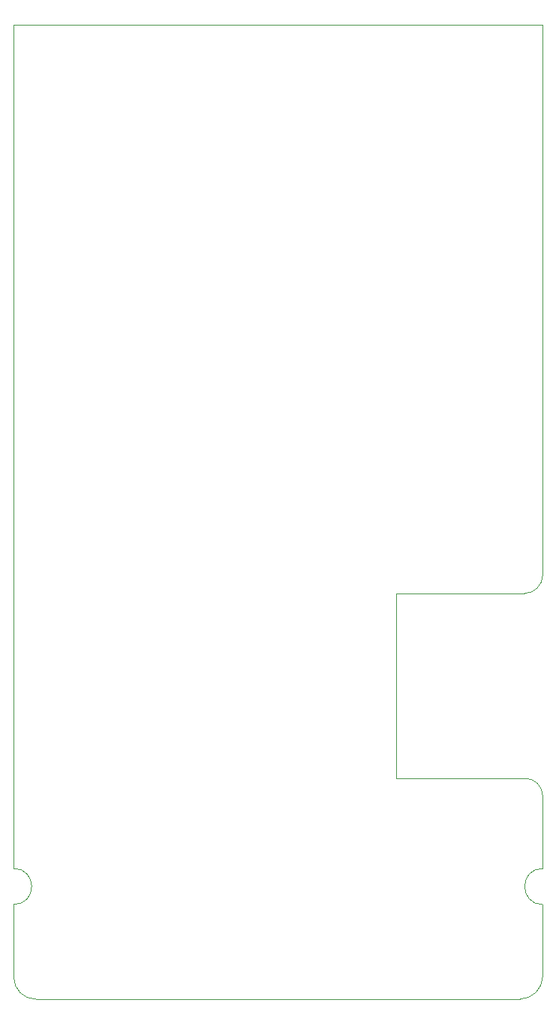
<source format=gbr>
G04 #@! TF.FileFunction,Profile,NP*
%FSLAX46Y46*%
G04 Gerber Fmt 4.6, Leading zero omitted, Abs format (unit mm)*
G04 Created by KiCad (PCBNEW 4.0.7) date 03/25/18 17:44:10*
%MOMM*%
%LPD*%
G01*
G04 APERTURE LIST*
%ADD10C,0.100000*%
G04 APERTURE END LIST*
D10*
X118008400Y-223316800D02*
G75*
G03X118008400Y-219252800I0J2032000D01*
G01*
X118008400Y-231495600D02*
X118008400Y-223316800D01*
X120497600Y-233984800D02*
X175107600Y-233984800D01*
X118008400Y-231495600D02*
G75*
G03X120497600Y-233984800I2489200J0D01*
G01*
X175107600Y-233984800D02*
G75*
G03X177698400Y-231394000I0J2590800D01*
G01*
X177698400Y-223316800D02*
X177698400Y-231444800D01*
X177698400Y-219252800D02*
G75*
G03X177698400Y-223316800I0J-2032000D01*
G01*
X177698400Y-211074000D02*
X177698400Y-219252800D01*
X175717200Y-209092800D02*
X161188400Y-209092800D01*
X177698400Y-211074000D02*
G75*
G03X175717200Y-209092800I-1981200J0D01*
G01*
X161188400Y-188264800D02*
X161188400Y-209092800D01*
X175615600Y-188264800D02*
X161188400Y-188264800D01*
X175615600Y-188264800D02*
G75*
G03X177698400Y-186182000I0J2082800D01*
G01*
X177698400Y-124180600D02*
X177698400Y-186182000D01*
X118008400Y-124206000D02*
X177698400Y-124180600D01*
X118008400Y-219252800D02*
X118008400Y-124206000D01*
M02*

</source>
